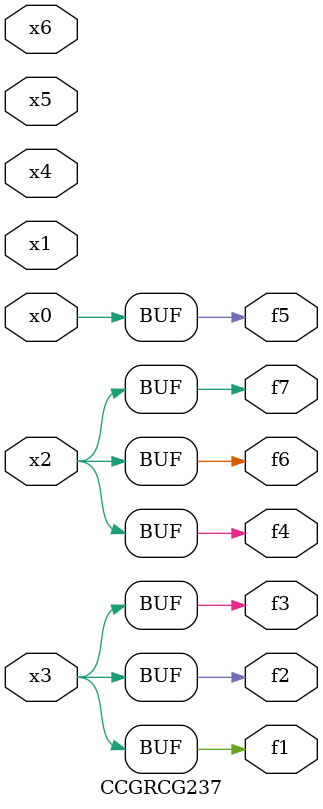
<source format=v>
module CCGRCG237(
	input x0, x1, x2, x3, x4, x5, x6,
	output f1, f2, f3, f4, f5, f6, f7
);
	assign f1 = x3;
	assign f2 = x3;
	assign f3 = x3;
	assign f4 = x2;
	assign f5 = x0;
	assign f6 = x2;
	assign f7 = x2;
endmodule

</source>
